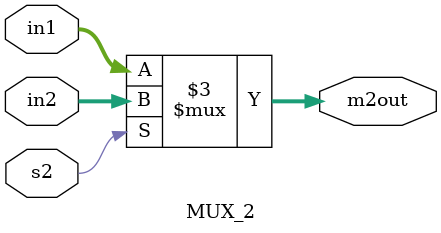
<source format=v>
`timescale 1ns / 1ps
module MUX_2(in1, in2, s2, m2out);
input [2:0] in1, in2; 
input s2; 
output reg [2:0] m2out; 
always @ (in1, in2, s2)
begin
	case(s2)
		1'b1: m2out = in2; 
		default m2out = in1;
	endcase
end
endmodule

</source>
